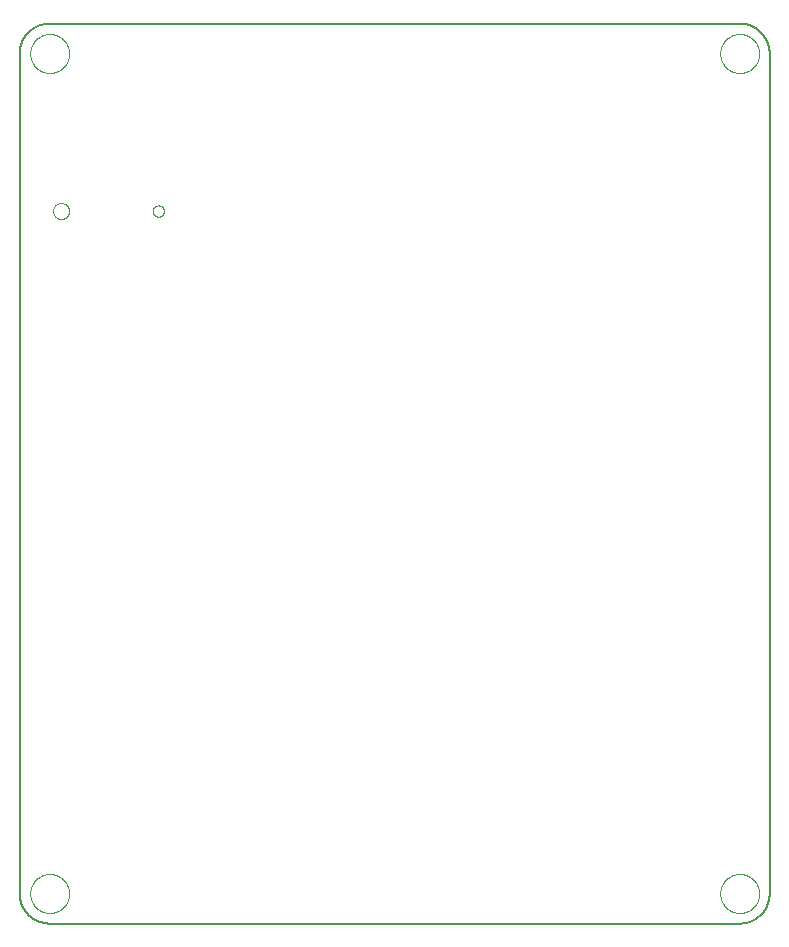
<source format=gbp>
G75*
%MOIN*%
%OFA0B0*%
%FSLAX25Y25*%
%IPPOS*%
%LPD*%
%AMOC8*
5,1,8,0,0,1.08239X$1,22.5*
%
%ADD10C,0.00600*%
%ADD11C,0.00000*%
D10*
X0037595Y0048933D02*
X0037595Y0328933D01*
X0037598Y0329175D01*
X0037607Y0329416D01*
X0037621Y0329657D01*
X0037642Y0329898D01*
X0037668Y0330138D01*
X0037700Y0330378D01*
X0037738Y0330617D01*
X0037781Y0330854D01*
X0037831Y0331091D01*
X0037886Y0331326D01*
X0037946Y0331560D01*
X0038013Y0331792D01*
X0038084Y0332023D01*
X0038162Y0332252D01*
X0038245Y0332479D01*
X0038333Y0332704D01*
X0038427Y0332927D01*
X0038526Y0333147D01*
X0038631Y0333365D01*
X0038740Y0333580D01*
X0038855Y0333793D01*
X0038975Y0334003D01*
X0039100Y0334209D01*
X0039230Y0334413D01*
X0039365Y0334614D01*
X0039505Y0334811D01*
X0039649Y0335005D01*
X0039798Y0335195D01*
X0039952Y0335381D01*
X0040110Y0335564D01*
X0040272Y0335743D01*
X0040439Y0335918D01*
X0040610Y0336089D01*
X0040785Y0336256D01*
X0040964Y0336418D01*
X0041147Y0336576D01*
X0041333Y0336730D01*
X0041523Y0336879D01*
X0041717Y0337023D01*
X0041914Y0337163D01*
X0042115Y0337298D01*
X0042319Y0337428D01*
X0042525Y0337553D01*
X0042735Y0337673D01*
X0042948Y0337788D01*
X0043163Y0337897D01*
X0043381Y0338002D01*
X0043601Y0338101D01*
X0043824Y0338195D01*
X0044049Y0338283D01*
X0044276Y0338366D01*
X0044505Y0338444D01*
X0044736Y0338515D01*
X0044968Y0338582D01*
X0045202Y0338642D01*
X0045437Y0338697D01*
X0045674Y0338747D01*
X0045911Y0338790D01*
X0046150Y0338828D01*
X0046390Y0338860D01*
X0046630Y0338886D01*
X0046871Y0338907D01*
X0047112Y0338921D01*
X0047353Y0338930D01*
X0047595Y0338933D01*
X0277595Y0338933D01*
X0277837Y0338930D01*
X0278078Y0338921D01*
X0278319Y0338907D01*
X0278560Y0338886D01*
X0278800Y0338860D01*
X0279040Y0338828D01*
X0279279Y0338790D01*
X0279516Y0338747D01*
X0279753Y0338697D01*
X0279988Y0338642D01*
X0280222Y0338582D01*
X0280454Y0338515D01*
X0280685Y0338444D01*
X0280914Y0338366D01*
X0281141Y0338283D01*
X0281366Y0338195D01*
X0281589Y0338101D01*
X0281809Y0338002D01*
X0282027Y0337897D01*
X0282242Y0337788D01*
X0282455Y0337673D01*
X0282665Y0337553D01*
X0282871Y0337428D01*
X0283075Y0337298D01*
X0283276Y0337163D01*
X0283473Y0337023D01*
X0283667Y0336879D01*
X0283857Y0336730D01*
X0284043Y0336576D01*
X0284226Y0336418D01*
X0284405Y0336256D01*
X0284580Y0336089D01*
X0284751Y0335918D01*
X0284918Y0335743D01*
X0285080Y0335564D01*
X0285238Y0335381D01*
X0285392Y0335195D01*
X0285541Y0335005D01*
X0285685Y0334811D01*
X0285825Y0334614D01*
X0285960Y0334413D01*
X0286090Y0334209D01*
X0286215Y0334003D01*
X0286335Y0333793D01*
X0286450Y0333580D01*
X0286559Y0333365D01*
X0286664Y0333147D01*
X0286763Y0332927D01*
X0286857Y0332704D01*
X0286945Y0332479D01*
X0287028Y0332252D01*
X0287106Y0332023D01*
X0287177Y0331792D01*
X0287244Y0331560D01*
X0287304Y0331326D01*
X0287359Y0331091D01*
X0287409Y0330854D01*
X0287452Y0330617D01*
X0287490Y0330378D01*
X0287522Y0330138D01*
X0287548Y0329898D01*
X0287569Y0329657D01*
X0287583Y0329416D01*
X0287592Y0329175D01*
X0287595Y0328933D01*
X0287595Y0048933D01*
X0287592Y0048691D01*
X0287583Y0048450D01*
X0287569Y0048209D01*
X0287548Y0047968D01*
X0287522Y0047728D01*
X0287490Y0047488D01*
X0287452Y0047249D01*
X0287409Y0047012D01*
X0287359Y0046775D01*
X0287304Y0046540D01*
X0287244Y0046306D01*
X0287177Y0046074D01*
X0287106Y0045843D01*
X0287028Y0045614D01*
X0286945Y0045387D01*
X0286857Y0045162D01*
X0286763Y0044939D01*
X0286664Y0044719D01*
X0286559Y0044501D01*
X0286450Y0044286D01*
X0286335Y0044073D01*
X0286215Y0043863D01*
X0286090Y0043657D01*
X0285960Y0043453D01*
X0285825Y0043252D01*
X0285685Y0043055D01*
X0285541Y0042861D01*
X0285392Y0042671D01*
X0285238Y0042485D01*
X0285080Y0042302D01*
X0284918Y0042123D01*
X0284751Y0041948D01*
X0284580Y0041777D01*
X0284405Y0041610D01*
X0284226Y0041448D01*
X0284043Y0041290D01*
X0283857Y0041136D01*
X0283667Y0040987D01*
X0283473Y0040843D01*
X0283276Y0040703D01*
X0283075Y0040568D01*
X0282871Y0040438D01*
X0282665Y0040313D01*
X0282455Y0040193D01*
X0282242Y0040078D01*
X0282027Y0039969D01*
X0281809Y0039864D01*
X0281589Y0039765D01*
X0281366Y0039671D01*
X0281141Y0039583D01*
X0280914Y0039500D01*
X0280685Y0039422D01*
X0280454Y0039351D01*
X0280222Y0039284D01*
X0279988Y0039224D01*
X0279753Y0039169D01*
X0279516Y0039119D01*
X0279279Y0039076D01*
X0279040Y0039038D01*
X0278800Y0039006D01*
X0278560Y0038980D01*
X0278319Y0038959D01*
X0278078Y0038945D01*
X0277837Y0038936D01*
X0277595Y0038933D01*
X0047595Y0038933D01*
X0047353Y0038936D01*
X0047112Y0038945D01*
X0046871Y0038959D01*
X0046630Y0038980D01*
X0046390Y0039006D01*
X0046150Y0039038D01*
X0045911Y0039076D01*
X0045674Y0039119D01*
X0045437Y0039169D01*
X0045202Y0039224D01*
X0044968Y0039284D01*
X0044736Y0039351D01*
X0044505Y0039422D01*
X0044276Y0039500D01*
X0044049Y0039583D01*
X0043824Y0039671D01*
X0043601Y0039765D01*
X0043381Y0039864D01*
X0043163Y0039969D01*
X0042948Y0040078D01*
X0042735Y0040193D01*
X0042525Y0040313D01*
X0042319Y0040438D01*
X0042115Y0040568D01*
X0041914Y0040703D01*
X0041717Y0040843D01*
X0041523Y0040987D01*
X0041333Y0041136D01*
X0041147Y0041290D01*
X0040964Y0041448D01*
X0040785Y0041610D01*
X0040610Y0041777D01*
X0040439Y0041948D01*
X0040272Y0042123D01*
X0040110Y0042302D01*
X0039952Y0042485D01*
X0039798Y0042671D01*
X0039649Y0042861D01*
X0039505Y0043055D01*
X0039365Y0043252D01*
X0039230Y0043453D01*
X0039100Y0043657D01*
X0038975Y0043863D01*
X0038855Y0044073D01*
X0038740Y0044286D01*
X0038631Y0044501D01*
X0038526Y0044719D01*
X0038427Y0044939D01*
X0038333Y0045162D01*
X0038245Y0045387D01*
X0038162Y0045614D01*
X0038084Y0045843D01*
X0038013Y0046074D01*
X0037946Y0046306D01*
X0037886Y0046540D01*
X0037831Y0046775D01*
X0037781Y0047012D01*
X0037738Y0047249D01*
X0037700Y0047488D01*
X0037668Y0047728D01*
X0037642Y0047968D01*
X0037621Y0048209D01*
X0037607Y0048450D01*
X0037598Y0048691D01*
X0037595Y0048933D01*
D11*
X0041099Y0048933D02*
X0041101Y0049094D01*
X0041107Y0049254D01*
X0041117Y0049415D01*
X0041131Y0049575D01*
X0041149Y0049734D01*
X0041170Y0049894D01*
X0041196Y0050052D01*
X0041226Y0050210D01*
X0041259Y0050367D01*
X0041297Y0050524D01*
X0041338Y0050679D01*
X0041383Y0050833D01*
X0041432Y0050986D01*
X0041485Y0051138D01*
X0041541Y0051288D01*
X0041601Y0051437D01*
X0041665Y0051585D01*
X0041732Y0051731D01*
X0041803Y0051875D01*
X0041878Y0052017D01*
X0041956Y0052158D01*
X0042037Y0052296D01*
X0042122Y0052433D01*
X0042211Y0052567D01*
X0042302Y0052699D01*
X0042397Y0052829D01*
X0042495Y0052956D01*
X0042596Y0053081D01*
X0042700Y0053204D01*
X0042807Y0053323D01*
X0042917Y0053440D01*
X0043030Y0053555D01*
X0043146Y0053666D01*
X0043264Y0053775D01*
X0043385Y0053880D01*
X0043509Y0053983D01*
X0043635Y0054083D01*
X0043764Y0054179D01*
X0043895Y0054272D01*
X0044028Y0054362D01*
X0044163Y0054449D01*
X0044301Y0054532D01*
X0044440Y0054611D01*
X0044582Y0054688D01*
X0044725Y0054761D01*
X0044870Y0054830D01*
X0045017Y0054895D01*
X0045165Y0054957D01*
X0045315Y0055016D01*
X0045466Y0055070D01*
X0045618Y0055121D01*
X0045772Y0055168D01*
X0045927Y0055211D01*
X0046082Y0055250D01*
X0046239Y0055286D01*
X0046397Y0055318D01*
X0046555Y0055345D01*
X0046714Y0055369D01*
X0046873Y0055389D01*
X0047033Y0055405D01*
X0047194Y0055417D01*
X0047354Y0055425D01*
X0047515Y0055429D01*
X0047675Y0055429D01*
X0047836Y0055425D01*
X0047996Y0055417D01*
X0048157Y0055405D01*
X0048317Y0055389D01*
X0048476Y0055369D01*
X0048635Y0055345D01*
X0048793Y0055318D01*
X0048951Y0055286D01*
X0049108Y0055250D01*
X0049263Y0055211D01*
X0049418Y0055168D01*
X0049572Y0055121D01*
X0049724Y0055070D01*
X0049875Y0055016D01*
X0050025Y0054957D01*
X0050173Y0054895D01*
X0050320Y0054830D01*
X0050465Y0054761D01*
X0050608Y0054688D01*
X0050750Y0054611D01*
X0050889Y0054532D01*
X0051027Y0054449D01*
X0051162Y0054362D01*
X0051295Y0054272D01*
X0051426Y0054179D01*
X0051555Y0054083D01*
X0051681Y0053983D01*
X0051805Y0053880D01*
X0051926Y0053775D01*
X0052044Y0053666D01*
X0052160Y0053555D01*
X0052273Y0053440D01*
X0052383Y0053323D01*
X0052490Y0053204D01*
X0052594Y0053081D01*
X0052695Y0052956D01*
X0052793Y0052829D01*
X0052888Y0052699D01*
X0052979Y0052567D01*
X0053068Y0052433D01*
X0053153Y0052296D01*
X0053234Y0052158D01*
X0053312Y0052017D01*
X0053387Y0051875D01*
X0053458Y0051731D01*
X0053525Y0051585D01*
X0053589Y0051437D01*
X0053649Y0051288D01*
X0053705Y0051138D01*
X0053758Y0050986D01*
X0053807Y0050833D01*
X0053852Y0050679D01*
X0053893Y0050524D01*
X0053931Y0050367D01*
X0053964Y0050210D01*
X0053994Y0050052D01*
X0054020Y0049894D01*
X0054041Y0049734D01*
X0054059Y0049575D01*
X0054073Y0049415D01*
X0054083Y0049254D01*
X0054089Y0049094D01*
X0054091Y0048933D01*
X0054089Y0048772D01*
X0054083Y0048612D01*
X0054073Y0048451D01*
X0054059Y0048291D01*
X0054041Y0048132D01*
X0054020Y0047972D01*
X0053994Y0047814D01*
X0053964Y0047656D01*
X0053931Y0047499D01*
X0053893Y0047342D01*
X0053852Y0047187D01*
X0053807Y0047033D01*
X0053758Y0046880D01*
X0053705Y0046728D01*
X0053649Y0046578D01*
X0053589Y0046429D01*
X0053525Y0046281D01*
X0053458Y0046135D01*
X0053387Y0045991D01*
X0053312Y0045849D01*
X0053234Y0045708D01*
X0053153Y0045570D01*
X0053068Y0045433D01*
X0052979Y0045299D01*
X0052888Y0045167D01*
X0052793Y0045037D01*
X0052695Y0044910D01*
X0052594Y0044785D01*
X0052490Y0044662D01*
X0052383Y0044543D01*
X0052273Y0044426D01*
X0052160Y0044311D01*
X0052044Y0044200D01*
X0051926Y0044091D01*
X0051805Y0043986D01*
X0051681Y0043883D01*
X0051555Y0043783D01*
X0051426Y0043687D01*
X0051295Y0043594D01*
X0051162Y0043504D01*
X0051027Y0043417D01*
X0050889Y0043334D01*
X0050750Y0043255D01*
X0050608Y0043178D01*
X0050465Y0043105D01*
X0050320Y0043036D01*
X0050173Y0042971D01*
X0050025Y0042909D01*
X0049875Y0042850D01*
X0049724Y0042796D01*
X0049572Y0042745D01*
X0049418Y0042698D01*
X0049263Y0042655D01*
X0049108Y0042616D01*
X0048951Y0042580D01*
X0048793Y0042548D01*
X0048635Y0042521D01*
X0048476Y0042497D01*
X0048317Y0042477D01*
X0048157Y0042461D01*
X0047996Y0042449D01*
X0047836Y0042441D01*
X0047675Y0042437D01*
X0047515Y0042437D01*
X0047354Y0042441D01*
X0047194Y0042449D01*
X0047033Y0042461D01*
X0046873Y0042477D01*
X0046714Y0042497D01*
X0046555Y0042521D01*
X0046397Y0042548D01*
X0046239Y0042580D01*
X0046082Y0042616D01*
X0045927Y0042655D01*
X0045772Y0042698D01*
X0045618Y0042745D01*
X0045466Y0042796D01*
X0045315Y0042850D01*
X0045165Y0042909D01*
X0045017Y0042971D01*
X0044870Y0043036D01*
X0044725Y0043105D01*
X0044582Y0043178D01*
X0044440Y0043255D01*
X0044301Y0043334D01*
X0044163Y0043417D01*
X0044028Y0043504D01*
X0043895Y0043594D01*
X0043764Y0043687D01*
X0043635Y0043783D01*
X0043509Y0043883D01*
X0043385Y0043986D01*
X0043264Y0044091D01*
X0043146Y0044200D01*
X0043030Y0044311D01*
X0042917Y0044426D01*
X0042807Y0044543D01*
X0042700Y0044662D01*
X0042596Y0044785D01*
X0042495Y0044910D01*
X0042397Y0045037D01*
X0042302Y0045167D01*
X0042211Y0045299D01*
X0042122Y0045433D01*
X0042037Y0045570D01*
X0041956Y0045708D01*
X0041878Y0045849D01*
X0041803Y0045991D01*
X0041732Y0046135D01*
X0041665Y0046281D01*
X0041601Y0046429D01*
X0041541Y0046578D01*
X0041485Y0046728D01*
X0041432Y0046880D01*
X0041383Y0047033D01*
X0041338Y0047187D01*
X0041297Y0047342D01*
X0041259Y0047499D01*
X0041226Y0047656D01*
X0041196Y0047814D01*
X0041170Y0047972D01*
X0041149Y0048132D01*
X0041131Y0048291D01*
X0041117Y0048451D01*
X0041107Y0048612D01*
X0041101Y0048772D01*
X0041099Y0048933D01*
X0048718Y0276433D02*
X0048720Y0276536D01*
X0048726Y0276639D01*
X0048736Y0276741D01*
X0048750Y0276844D01*
X0048768Y0276945D01*
X0048790Y0277046D01*
X0048815Y0277146D01*
X0048845Y0277244D01*
X0048878Y0277342D01*
X0048915Y0277438D01*
X0048956Y0277532D01*
X0049001Y0277625D01*
X0049049Y0277717D01*
X0049100Y0277806D01*
X0049155Y0277893D01*
X0049213Y0277978D01*
X0049275Y0278061D01*
X0049340Y0278141D01*
X0049407Y0278219D01*
X0049478Y0278293D01*
X0049552Y0278366D01*
X0049628Y0278435D01*
X0049707Y0278501D01*
X0049788Y0278564D01*
X0049872Y0278624D01*
X0049958Y0278681D01*
X0050046Y0278734D01*
X0050137Y0278784D01*
X0050229Y0278830D01*
X0050323Y0278873D01*
X0050418Y0278912D01*
X0050515Y0278947D01*
X0050613Y0278978D01*
X0050712Y0279006D01*
X0050813Y0279030D01*
X0050914Y0279050D01*
X0051015Y0279066D01*
X0051118Y0279078D01*
X0051221Y0279086D01*
X0051323Y0279090D01*
X0051427Y0279090D01*
X0051529Y0279086D01*
X0051632Y0279078D01*
X0051735Y0279066D01*
X0051836Y0279050D01*
X0051937Y0279030D01*
X0052038Y0279006D01*
X0052137Y0278978D01*
X0052235Y0278947D01*
X0052332Y0278912D01*
X0052427Y0278873D01*
X0052521Y0278830D01*
X0052613Y0278784D01*
X0052703Y0278734D01*
X0052792Y0278681D01*
X0052878Y0278624D01*
X0052962Y0278564D01*
X0053043Y0278501D01*
X0053122Y0278435D01*
X0053198Y0278366D01*
X0053272Y0278293D01*
X0053343Y0278219D01*
X0053410Y0278141D01*
X0053475Y0278061D01*
X0053537Y0277978D01*
X0053595Y0277893D01*
X0053650Y0277806D01*
X0053701Y0277717D01*
X0053749Y0277625D01*
X0053794Y0277532D01*
X0053835Y0277438D01*
X0053872Y0277342D01*
X0053905Y0277244D01*
X0053935Y0277146D01*
X0053960Y0277046D01*
X0053982Y0276945D01*
X0054000Y0276844D01*
X0054014Y0276741D01*
X0054024Y0276639D01*
X0054030Y0276536D01*
X0054032Y0276433D01*
X0054030Y0276330D01*
X0054024Y0276227D01*
X0054014Y0276125D01*
X0054000Y0276022D01*
X0053982Y0275921D01*
X0053960Y0275820D01*
X0053935Y0275720D01*
X0053905Y0275622D01*
X0053872Y0275524D01*
X0053835Y0275428D01*
X0053794Y0275334D01*
X0053749Y0275241D01*
X0053701Y0275149D01*
X0053650Y0275060D01*
X0053595Y0274973D01*
X0053537Y0274888D01*
X0053475Y0274805D01*
X0053410Y0274725D01*
X0053343Y0274647D01*
X0053272Y0274573D01*
X0053198Y0274500D01*
X0053122Y0274431D01*
X0053043Y0274365D01*
X0052962Y0274302D01*
X0052878Y0274242D01*
X0052792Y0274185D01*
X0052704Y0274132D01*
X0052613Y0274082D01*
X0052521Y0274036D01*
X0052427Y0273993D01*
X0052332Y0273954D01*
X0052235Y0273919D01*
X0052137Y0273888D01*
X0052038Y0273860D01*
X0051937Y0273836D01*
X0051836Y0273816D01*
X0051735Y0273800D01*
X0051632Y0273788D01*
X0051529Y0273780D01*
X0051427Y0273776D01*
X0051323Y0273776D01*
X0051221Y0273780D01*
X0051118Y0273788D01*
X0051015Y0273800D01*
X0050914Y0273816D01*
X0050813Y0273836D01*
X0050712Y0273860D01*
X0050613Y0273888D01*
X0050515Y0273919D01*
X0050418Y0273954D01*
X0050323Y0273993D01*
X0050229Y0274036D01*
X0050137Y0274082D01*
X0050047Y0274132D01*
X0049958Y0274185D01*
X0049872Y0274242D01*
X0049788Y0274302D01*
X0049707Y0274365D01*
X0049628Y0274431D01*
X0049552Y0274500D01*
X0049478Y0274573D01*
X0049407Y0274647D01*
X0049340Y0274725D01*
X0049275Y0274805D01*
X0049213Y0274888D01*
X0049155Y0274973D01*
X0049100Y0275060D01*
X0049049Y0275149D01*
X0049001Y0275241D01*
X0048956Y0275334D01*
X0048915Y0275428D01*
X0048878Y0275524D01*
X0048845Y0275622D01*
X0048815Y0275720D01*
X0048790Y0275820D01*
X0048768Y0275921D01*
X0048750Y0276022D01*
X0048736Y0276125D01*
X0048726Y0276227D01*
X0048720Y0276330D01*
X0048718Y0276433D01*
X0081946Y0276433D02*
X0081948Y0276519D01*
X0081954Y0276606D01*
X0081964Y0276691D01*
X0081978Y0276777D01*
X0081996Y0276861D01*
X0082017Y0276945D01*
X0082043Y0277027D01*
X0082072Y0277109D01*
X0082105Y0277188D01*
X0082142Y0277267D01*
X0082182Y0277343D01*
X0082226Y0277417D01*
X0082273Y0277490D01*
X0082324Y0277560D01*
X0082377Y0277628D01*
X0082434Y0277693D01*
X0082494Y0277755D01*
X0082556Y0277815D01*
X0082621Y0277872D01*
X0082689Y0277925D01*
X0082759Y0277976D01*
X0082832Y0278023D01*
X0082906Y0278067D01*
X0082982Y0278107D01*
X0083061Y0278144D01*
X0083140Y0278177D01*
X0083222Y0278206D01*
X0083304Y0278232D01*
X0083388Y0278253D01*
X0083472Y0278271D01*
X0083558Y0278285D01*
X0083643Y0278295D01*
X0083730Y0278301D01*
X0083816Y0278303D01*
X0083902Y0278301D01*
X0083989Y0278295D01*
X0084074Y0278285D01*
X0084160Y0278271D01*
X0084244Y0278253D01*
X0084328Y0278232D01*
X0084410Y0278206D01*
X0084492Y0278177D01*
X0084571Y0278144D01*
X0084650Y0278107D01*
X0084726Y0278067D01*
X0084800Y0278023D01*
X0084873Y0277976D01*
X0084943Y0277925D01*
X0085011Y0277872D01*
X0085076Y0277815D01*
X0085138Y0277755D01*
X0085198Y0277693D01*
X0085255Y0277628D01*
X0085308Y0277560D01*
X0085359Y0277490D01*
X0085406Y0277417D01*
X0085450Y0277343D01*
X0085490Y0277267D01*
X0085527Y0277188D01*
X0085560Y0277109D01*
X0085589Y0277027D01*
X0085615Y0276945D01*
X0085636Y0276861D01*
X0085654Y0276777D01*
X0085668Y0276691D01*
X0085678Y0276606D01*
X0085684Y0276519D01*
X0085686Y0276433D01*
X0085684Y0276347D01*
X0085678Y0276260D01*
X0085668Y0276175D01*
X0085654Y0276089D01*
X0085636Y0276005D01*
X0085615Y0275921D01*
X0085589Y0275839D01*
X0085560Y0275757D01*
X0085527Y0275678D01*
X0085490Y0275599D01*
X0085450Y0275523D01*
X0085406Y0275449D01*
X0085359Y0275376D01*
X0085308Y0275306D01*
X0085255Y0275238D01*
X0085198Y0275173D01*
X0085138Y0275111D01*
X0085076Y0275051D01*
X0085011Y0274994D01*
X0084943Y0274941D01*
X0084873Y0274890D01*
X0084800Y0274843D01*
X0084726Y0274799D01*
X0084650Y0274759D01*
X0084571Y0274722D01*
X0084492Y0274689D01*
X0084410Y0274660D01*
X0084328Y0274634D01*
X0084244Y0274613D01*
X0084160Y0274595D01*
X0084074Y0274581D01*
X0083989Y0274571D01*
X0083902Y0274565D01*
X0083816Y0274563D01*
X0083730Y0274565D01*
X0083643Y0274571D01*
X0083558Y0274581D01*
X0083472Y0274595D01*
X0083388Y0274613D01*
X0083304Y0274634D01*
X0083222Y0274660D01*
X0083140Y0274689D01*
X0083061Y0274722D01*
X0082982Y0274759D01*
X0082906Y0274799D01*
X0082832Y0274843D01*
X0082759Y0274890D01*
X0082689Y0274941D01*
X0082621Y0274994D01*
X0082556Y0275051D01*
X0082494Y0275111D01*
X0082434Y0275173D01*
X0082377Y0275238D01*
X0082324Y0275306D01*
X0082273Y0275376D01*
X0082226Y0275449D01*
X0082182Y0275523D01*
X0082142Y0275599D01*
X0082105Y0275678D01*
X0082072Y0275757D01*
X0082043Y0275839D01*
X0082017Y0275921D01*
X0081996Y0276005D01*
X0081978Y0276089D01*
X0081964Y0276175D01*
X0081954Y0276260D01*
X0081948Y0276347D01*
X0081946Y0276433D01*
X0041099Y0328933D02*
X0041101Y0329094D01*
X0041107Y0329254D01*
X0041117Y0329415D01*
X0041131Y0329575D01*
X0041149Y0329734D01*
X0041170Y0329894D01*
X0041196Y0330052D01*
X0041226Y0330210D01*
X0041259Y0330367D01*
X0041297Y0330524D01*
X0041338Y0330679D01*
X0041383Y0330833D01*
X0041432Y0330986D01*
X0041485Y0331138D01*
X0041541Y0331288D01*
X0041601Y0331437D01*
X0041665Y0331585D01*
X0041732Y0331731D01*
X0041803Y0331875D01*
X0041878Y0332017D01*
X0041956Y0332158D01*
X0042037Y0332296D01*
X0042122Y0332433D01*
X0042211Y0332567D01*
X0042302Y0332699D01*
X0042397Y0332829D01*
X0042495Y0332956D01*
X0042596Y0333081D01*
X0042700Y0333204D01*
X0042807Y0333323D01*
X0042917Y0333440D01*
X0043030Y0333555D01*
X0043146Y0333666D01*
X0043264Y0333775D01*
X0043385Y0333880D01*
X0043509Y0333983D01*
X0043635Y0334083D01*
X0043764Y0334179D01*
X0043895Y0334272D01*
X0044028Y0334362D01*
X0044163Y0334449D01*
X0044301Y0334532D01*
X0044440Y0334611D01*
X0044582Y0334688D01*
X0044725Y0334761D01*
X0044870Y0334830D01*
X0045017Y0334895D01*
X0045165Y0334957D01*
X0045315Y0335016D01*
X0045466Y0335070D01*
X0045618Y0335121D01*
X0045772Y0335168D01*
X0045927Y0335211D01*
X0046082Y0335250D01*
X0046239Y0335286D01*
X0046397Y0335318D01*
X0046555Y0335345D01*
X0046714Y0335369D01*
X0046873Y0335389D01*
X0047033Y0335405D01*
X0047194Y0335417D01*
X0047354Y0335425D01*
X0047515Y0335429D01*
X0047675Y0335429D01*
X0047836Y0335425D01*
X0047996Y0335417D01*
X0048157Y0335405D01*
X0048317Y0335389D01*
X0048476Y0335369D01*
X0048635Y0335345D01*
X0048793Y0335318D01*
X0048951Y0335286D01*
X0049108Y0335250D01*
X0049263Y0335211D01*
X0049418Y0335168D01*
X0049572Y0335121D01*
X0049724Y0335070D01*
X0049875Y0335016D01*
X0050025Y0334957D01*
X0050173Y0334895D01*
X0050320Y0334830D01*
X0050465Y0334761D01*
X0050608Y0334688D01*
X0050750Y0334611D01*
X0050889Y0334532D01*
X0051027Y0334449D01*
X0051162Y0334362D01*
X0051295Y0334272D01*
X0051426Y0334179D01*
X0051555Y0334083D01*
X0051681Y0333983D01*
X0051805Y0333880D01*
X0051926Y0333775D01*
X0052044Y0333666D01*
X0052160Y0333555D01*
X0052273Y0333440D01*
X0052383Y0333323D01*
X0052490Y0333204D01*
X0052594Y0333081D01*
X0052695Y0332956D01*
X0052793Y0332829D01*
X0052888Y0332699D01*
X0052979Y0332567D01*
X0053068Y0332433D01*
X0053153Y0332296D01*
X0053234Y0332158D01*
X0053312Y0332017D01*
X0053387Y0331875D01*
X0053458Y0331731D01*
X0053525Y0331585D01*
X0053589Y0331437D01*
X0053649Y0331288D01*
X0053705Y0331138D01*
X0053758Y0330986D01*
X0053807Y0330833D01*
X0053852Y0330679D01*
X0053893Y0330524D01*
X0053931Y0330367D01*
X0053964Y0330210D01*
X0053994Y0330052D01*
X0054020Y0329894D01*
X0054041Y0329734D01*
X0054059Y0329575D01*
X0054073Y0329415D01*
X0054083Y0329254D01*
X0054089Y0329094D01*
X0054091Y0328933D01*
X0054089Y0328772D01*
X0054083Y0328612D01*
X0054073Y0328451D01*
X0054059Y0328291D01*
X0054041Y0328132D01*
X0054020Y0327972D01*
X0053994Y0327814D01*
X0053964Y0327656D01*
X0053931Y0327499D01*
X0053893Y0327342D01*
X0053852Y0327187D01*
X0053807Y0327033D01*
X0053758Y0326880D01*
X0053705Y0326728D01*
X0053649Y0326578D01*
X0053589Y0326429D01*
X0053525Y0326281D01*
X0053458Y0326135D01*
X0053387Y0325991D01*
X0053312Y0325849D01*
X0053234Y0325708D01*
X0053153Y0325570D01*
X0053068Y0325433D01*
X0052979Y0325299D01*
X0052888Y0325167D01*
X0052793Y0325037D01*
X0052695Y0324910D01*
X0052594Y0324785D01*
X0052490Y0324662D01*
X0052383Y0324543D01*
X0052273Y0324426D01*
X0052160Y0324311D01*
X0052044Y0324200D01*
X0051926Y0324091D01*
X0051805Y0323986D01*
X0051681Y0323883D01*
X0051555Y0323783D01*
X0051426Y0323687D01*
X0051295Y0323594D01*
X0051162Y0323504D01*
X0051027Y0323417D01*
X0050889Y0323334D01*
X0050750Y0323255D01*
X0050608Y0323178D01*
X0050465Y0323105D01*
X0050320Y0323036D01*
X0050173Y0322971D01*
X0050025Y0322909D01*
X0049875Y0322850D01*
X0049724Y0322796D01*
X0049572Y0322745D01*
X0049418Y0322698D01*
X0049263Y0322655D01*
X0049108Y0322616D01*
X0048951Y0322580D01*
X0048793Y0322548D01*
X0048635Y0322521D01*
X0048476Y0322497D01*
X0048317Y0322477D01*
X0048157Y0322461D01*
X0047996Y0322449D01*
X0047836Y0322441D01*
X0047675Y0322437D01*
X0047515Y0322437D01*
X0047354Y0322441D01*
X0047194Y0322449D01*
X0047033Y0322461D01*
X0046873Y0322477D01*
X0046714Y0322497D01*
X0046555Y0322521D01*
X0046397Y0322548D01*
X0046239Y0322580D01*
X0046082Y0322616D01*
X0045927Y0322655D01*
X0045772Y0322698D01*
X0045618Y0322745D01*
X0045466Y0322796D01*
X0045315Y0322850D01*
X0045165Y0322909D01*
X0045017Y0322971D01*
X0044870Y0323036D01*
X0044725Y0323105D01*
X0044582Y0323178D01*
X0044440Y0323255D01*
X0044301Y0323334D01*
X0044163Y0323417D01*
X0044028Y0323504D01*
X0043895Y0323594D01*
X0043764Y0323687D01*
X0043635Y0323783D01*
X0043509Y0323883D01*
X0043385Y0323986D01*
X0043264Y0324091D01*
X0043146Y0324200D01*
X0043030Y0324311D01*
X0042917Y0324426D01*
X0042807Y0324543D01*
X0042700Y0324662D01*
X0042596Y0324785D01*
X0042495Y0324910D01*
X0042397Y0325037D01*
X0042302Y0325167D01*
X0042211Y0325299D01*
X0042122Y0325433D01*
X0042037Y0325570D01*
X0041956Y0325708D01*
X0041878Y0325849D01*
X0041803Y0325991D01*
X0041732Y0326135D01*
X0041665Y0326281D01*
X0041601Y0326429D01*
X0041541Y0326578D01*
X0041485Y0326728D01*
X0041432Y0326880D01*
X0041383Y0327033D01*
X0041338Y0327187D01*
X0041297Y0327342D01*
X0041259Y0327499D01*
X0041226Y0327656D01*
X0041196Y0327814D01*
X0041170Y0327972D01*
X0041149Y0328132D01*
X0041131Y0328291D01*
X0041117Y0328451D01*
X0041107Y0328612D01*
X0041101Y0328772D01*
X0041099Y0328933D01*
X0271099Y0328933D02*
X0271101Y0329094D01*
X0271107Y0329254D01*
X0271117Y0329415D01*
X0271131Y0329575D01*
X0271149Y0329734D01*
X0271170Y0329894D01*
X0271196Y0330052D01*
X0271226Y0330210D01*
X0271259Y0330367D01*
X0271297Y0330524D01*
X0271338Y0330679D01*
X0271383Y0330833D01*
X0271432Y0330986D01*
X0271485Y0331138D01*
X0271541Y0331288D01*
X0271601Y0331437D01*
X0271665Y0331585D01*
X0271732Y0331731D01*
X0271803Y0331875D01*
X0271878Y0332017D01*
X0271956Y0332158D01*
X0272037Y0332296D01*
X0272122Y0332433D01*
X0272211Y0332567D01*
X0272302Y0332699D01*
X0272397Y0332829D01*
X0272495Y0332956D01*
X0272596Y0333081D01*
X0272700Y0333204D01*
X0272807Y0333323D01*
X0272917Y0333440D01*
X0273030Y0333555D01*
X0273146Y0333666D01*
X0273264Y0333775D01*
X0273385Y0333880D01*
X0273509Y0333983D01*
X0273635Y0334083D01*
X0273764Y0334179D01*
X0273895Y0334272D01*
X0274028Y0334362D01*
X0274163Y0334449D01*
X0274301Y0334532D01*
X0274440Y0334611D01*
X0274582Y0334688D01*
X0274725Y0334761D01*
X0274870Y0334830D01*
X0275017Y0334895D01*
X0275165Y0334957D01*
X0275315Y0335016D01*
X0275466Y0335070D01*
X0275618Y0335121D01*
X0275772Y0335168D01*
X0275927Y0335211D01*
X0276082Y0335250D01*
X0276239Y0335286D01*
X0276397Y0335318D01*
X0276555Y0335345D01*
X0276714Y0335369D01*
X0276873Y0335389D01*
X0277033Y0335405D01*
X0277194Y0335417D01*
X0277354Y0335425D01*
X0277515Y0335429D01*
X0277675Y0335429D01*
X0277836Y0335425D01*
X0277996Y0335417D01*
X0278157Y0335405D01*
X0278317Y0335389D01*
X0278476Y0335369D01*
X0278635Y0335345D01*
X0278793Y0335318D01*
X0278951Y0335286D01*
X0279108Y0335250D01*
X0279263Y0335211D01*
X0279418Y0335168D01*
X0279572Y0335121D01*
X0279724Y0335070D01*
X0279875Y0335016D01*
X0280025Y0334957D01*
X0280173Y0334895D01*
X0280320Y0334830D01*
X0280465Y0334761D01*
X0280608Y0334688D01*
X0280750Y0334611D01*
X0280889Y0334532D01*
X0281027Y0334449D01*
X0281162Y0334362D01*
X0281295Y0334272D01*
X0281426Y0334179D01*
X0281555Y0334083D01*
X0281681Y0333983D01*
X0281805Y0333880D01*
X0281926Y0333775D01*
X0282044Y0333666D01*
X0282160Y0333555D01*
X0282273Y0333440D01*
X0282383Y0333323D01*
X0282490Y0333204D01*
X0282594Y0333081D01*
X0282695Y0332956D01*
X0282793Y0332829D01*
X0282888Y0332699D01*
X0282979Y0332567D01*
X0283068Y0332433D01*
X0283153Y0332296D01*
X0283234Y0332158D01*
X0283312Y0332017D01*
X0283387Y0331875D01*
X0283458Y0331731D01*
X0283525Y0331585D01*
X0283589Y0331437D01*
X0283649Y0331288D01*
X0283705Y0331138D01*
X0283758Y0330986D01*
X0283807Y0330833D01*
X0283852Y0330679D01*
X0283893Y0330524D01*
X0283931Y0330367D01*
X0283964Y0330210D01*
X0283994Y0330052D01*
X0284020Y0329894D01*
X0284041Y0329734D01*
X0284059Y0329575D01*
X0284073Y0329415D01*
X0284083Y0329254D01*
X0284089Y0329094D01*
X0284091Y0328933D01*
X0284089Y0328772D01*
X0284083Y0328612D01*
X0284073Y0328451D01*
X0284059Y0328291D01*
X0284041Y0328132D01*
X0284020Y0327972D01*
X0283994Y0327814D01*
X0283964Y0327656D01*
X0283931Y0327499D01*
X0283893Y0327342D01*
X0283852Y0327187D01*
X0283807Y0327033D01*
X0283758Y0326880D01*
X0283705Y0326728D01*
X0283649Y0326578D01*
X0283589Y0326429D01*
X0283525Y0326281D01*
X0283458Y0326135D01*
X0283387Y0325991D01*
X0283312Y0325849D01*
X0283234Y0325708D01*
X0283153Y0325570D01*
X0283068Y0325433D01*
X0282979Y0325299D01*
X0282888Y0325167D01*
X0282793Y0325037D01*
X0282695Y0324910D01*
X0282594Y0324785D01*
X0282490Y0324662D01*
X0282383Y0324543D01*
X0282273Y0324426D01*
X0282160Y0324311D01*
X0282044Y0324200D01*
X0281926Y0324091D01*
X0281805Y0323986D01*
X0281681Y0323883D01*
X0281555Y0323783D01*
X0281426Y0323687D01*
X0281295Y0323594D01*
X0281162Y0323504D01*
X0281027Y0323417D01*
X0280889Y0323334D01*
X0280750Y0323255D01*
X0280608Y0323178D01*
X0280465Y0323105D01*
X0280320Y0323036D01*
X0280173Y0322971D01*
X0280025Y0322909D01*
X0279875Y0322850D01*
X0279724Y0322796D01*
X0279572Y0322745D01*
X0279418Y0322698D01*
X0279263Y0322655D01*
X0279108Y0322616D01*
X0278951Y0322580D01*
X0278793Y0322548D01*
X0278635Y0322521D01*
X0278476Y0322497D01*
X0278317Y0322477D01*
X0278157Y0322461D01*
X0277996Y0322449D01*
X0277836Y0322441D01*
X0277675Y0322437D01*
X0277515Y0322437D01*
X0277354Y0322441D01*
X0277194Y0322449D01*
X0277033Y0322461D01*
X0276873Y0322477D01*
X0276714Y0322497D01*
X0276555Y0322521D01*
X0276397Y0322548D01*
X0276239Y0322580D01*
X0276082Y0322616D01*
X0275927Y0322655D01*
X0275772Y0322698D01*
X0275618Y0322745D01*
X0275466Y0322796D01*
X0275315Y0322850D01*
X0275165Y0322909D01*
X0275017Y0322971D01*
X0274870Y0323036D01*
X0274725Y0323105D01*
X0274582Y0323178D01*
X0274440Y0323255D01*
X0274301Y0323334D01*
X0274163Y0323417D01*
X0274028Y0323504D01*
X0273895Y0323594D01*
X0273764Y0323687D01*
X0273635Y0323783D01*
X0273509Y0323883D01*
X0273385Y0323986D01*
X0273264Y0324091D01*
X0273146Y0324200D01*
X0273030Y0324311D01*
X0272917Y0324426D01*
X0272807Y0324543D01*
X0272700Y0324662D01*
X0272596Y0324785D01*
X0272495Y0324910D01*
X0272397Y0325037D01*
X0272302Y0325167D01*
X0272211Y0325299D01*
X0272122Y0325433D01*
X0272037Y0325570D01*
X0271956Y0325708D01*
X0271878Y0325849D01*
X0271803Y0325991D01*
X0271732Y0326135D01*
X0271665Y0326281D01*
X0271601Y0326429D01*
X0271541Y0326578D01*
X0271485Y0326728D01*
X0271432Y0326880D01*
X0271383Y0327033D01*
X0271338Y0327187D01*
X0271297Y0327342D01*
X0271259Y0327499D01*
X0271226Y0327656D01*
X0271196Y0327814D01*
X0271170Y0327972D01*
X0271149Y0328132D01*
X0271131Y0328291D01*
X0271117Y0328451D01*
X0271107Y0328612D01*
X0271101Y0328772D01*
X0271099Y0328933D01*
X0271099Y0048933D02*
X0271101Y0049094D01*
X0271107Y0049254D01*
X0271117Y0049415D01*
X0271131Y0049575D01*
X0271149Y0049734D01*
X0271170Y0049894D01*
X0271196Y0050052D01*
X0271226Y0050210D01*
X0271259Y0050367D01*
X0271297Y0050524D01*
X0271338Y0050679D01*
X0271383Y0050833D01*
X0271432Y0050986D01*
X0271485Y0051138D01*
X0271541Y0051288D01*
X0271601Y0051437D01*
X0271665Y0051585D01*
X0271732Y0051731D01*
X0271803Y0051875D01*
X0271878Y0052017D01*
X0271956Y0052158D01*
X0272037Y0052296D01*
X0272122Y0052433D01*
X0272211Y0052567D01*
X0272302Y0052699D01*
X0272397Y0052829D01*
X0272495Y0052956D01*
X0272596Y0053081D01*
X0272700Y0053204D01*
X0272807Y0053323D01*
X0272917Y0053440D01*
X0273030Y0053555D01*
X0273146Y0053666D01*
X0273264Y0053775D01*
X0273385Y0053880D01*
X0273509Y0053983D01*
X0273635Y0054083D01*
X0273764Y0054179D01*
X0273895Y0054272D01*
X0274028Y0054362D01*
X0274163Y0054449D01*
X0274301Y0054532D01*
X0274440Y0054611D01*
X0274582Y0054688D01*
X0274725Y0054761D01*
X0274870Y0054830D01*
X0275017Y0054895D01*
X0275165Y0054957D01*
X0275315Y0055016D01*
X0275466Y0055070D01*
X0275618Y0055121D01*
X0275772Y0055168D01*
X0275927Y0055211D01*
X0276082Y0055250D01*
X0276239Y0055286D01*
X0276397Y0055318D01*
X0276555Y0055345D01*
X0276714Y0055369D01*
X0276873Y0055389D01*
X0277033Y0055405D01*
X0277194Y0055417D01*
X0277354Y0055425D01*
X0277515Y0055429D01*
X0277675Y0055429D01*
X0277836Y0055425D01*
X0277996Y0055417D01*
X0278157Y0055405D01*
X0278317Y0055389D01*
X0278476Y0055369D01*
X0278635Y0055345D01*
X0278793Y0055318D01*
X0278951Y0055286D01*
X0279108Y0055250D01*
X0279263Y0055211D01*
X0279418Y0055168D01*
X0279572Y0055121D01*
X0279724Y0055070D01*
X0279875Y0055016D01*
X0280025Y0054957D01*
X0280173Y0054895D01*
X0280320Y0054830D01*
X0280465Y0054761D01*
X0280608Y0054688D01*
X0280750Y0054611D01*
X0280889Y0054532D01*
X0281027Y0054449D01*
X0281162Y0054362D01*
X0281295Y0054272D01*
X0281426Y0054179D01*
X0281555Y0054083D01*
X0281681Y0053983D01*
X0281805Y0053880D01*
X0281926Y0053775D01*
X0282044Y0053666D01*
X0282160Y0053555D01*
X0282273Y0053440D01*
X0282383Y0053323D01*
X0282490Y0053204D01*
X0282594Y0053081D01*
X0282695Y0052956D01*
X0282793Y0052829D01*
X0282888Y0052699D01*
X0282979Y0052567D01*
X0283068Y0052433D01*
X0283153Y0052296D01*
X0283234Y0052158D01*
X0283312Y0052017D01*
X0283387Y0051875D01*
X0283458Y0051731D01*
X0283525Y0051585D01*
X0283589Y0051437D01*
X0283649Y0051288D01*
X0283705Y0051138D01*
X0283758Y0050986D01*
X0283807Y0050833D01*
X0283852Y0050679D01*
X0283893Y0050524D01*
X0283931Y0050367D01*
X0283964Y0050210D01*
X0283994Y0050052D01*
X0284020Y0049894D01*
X0284041Y0049734D01*
X0284059Y0049575D01*
X0284073Y0049415D01*
X0284083Y0049254D01*
X0284089Y0049094D01*
X0284091Y0048933D01*
X0284089Y0048772D01*
X0284083Y0048612D01*
X0284073Y0048451D01*
X0284059Y0048291D01*
X0284041Y0048132D01*
X0284020Y0047972D01*
X0283994Y0047814D01*
X0283964Y0047656D01*
X0283931Y0047499D01*
X0283893Y0047342D01*
X0283852Y0047187D01*
X0283807Y0047033D01*
X0283758Y0046880D01*
X0283705Y0046728D01*
X0283649Y0046578D01*
X0283589Y0046429D01*
X0283525Y0046281D01*
X0283458Y0046135D01*
X0283387Y0045991D01*
X0283312Y0045849D01*
X0283234Y0045708D01*
X0283153Y0045570D01*
X0283068Y0045433D01*
X0282979Y0045299D01*
X0282888Y0045167D01*
X0282793Y0045037D01*
X0282695Y0044910D01*
X0282594Y0044785D01*
X0282490Y0044662D01*
X0282383Y0044543D01*
X0282273Y0044426D01*
X0282160Y0044311D01*
X0282044Y0044200D01*
X0281926Y0044091D01*
X0281805Y0043986D01*
X0281681Y0043883D01*
X0281555Y0043783D01*
X0281426Y0043687D01*
X0281295Y0043594D01*
X0281162Y0043504D01*
X0281027Y0043417D01*
X0280889Y0043334D01*
X0280750Y0043255D01*
X0280608Y0043178D01*
X0280465Y0043105D01*
X0280320Y0043036D01*
X0280173Y0042971D01*
X0280025Y0042909D01*
X0279875Y0042850D01*
X0279724Y0042796D01*
X0279572Y0042745D01*
X0279418Y0042698D01*
X0279263Y0042655D01*
X0279108Y0042616D01*
X0278951Y0042580D01*
X0278793Y0042548D01*
X0278635Y0042521D01*
X0278476Y0042497D01*
X0278317Y0042477D01*
X0278157Y0042461D01*
X0277996Y0042449D01*
X0277836Y0042441D01*
X0277675Y0042437D01*
X0277515Y0042437D01*
X0277354Y0042441D01*
X0277194Y0042449D01*
X0277033Y0042461D01*
X0276873Y0042477D01*
X0276714Y0042497D01*
X0276555Y0042521D01*
X0276397Y0042548D01*
X0276239Y0042580D01*
X0276082Y0042616D01*
X0275927Y0042655D01*
X0275772Y0042698D01*
X0275618Y0042745D01*
X0275466Y0042796D01*
X0275315Y0042850D01*
X0275165Y0042909D01*
X0275017Y0042971D01*
X0274870Y0043036D01*
X0274725Y0043105D01*
X0274582Y0043178D01*
X0274440Y0043255D01*
X0274301Y0043334D01*
X0274163Y0043417D01*
X0274028Y0043504D01*
X0273895Y0043594D01*
X0273764Y0043687D01*
X0273635Y0043783D01*
X0273509Y0043883D01*
X0273385Y0043986D01*
X0273264Y0044091D01*
X0273146Y0044200D01*
X0273030Y0044311D01*
X0272917Y0044426D01*
X0272807Y0044543D01*
X0272700Y0044662D01*
X0272596Y0044785D01*
X0272495Y0044910D01*
X0272397Y0045037D01*
X0272302Y0045167D01*
X0272211Y0045299D01*
X0272122Y0045433D01*
X0272037Y0045570D01*
X0271956Y0045708D01*
X0271878Y0045849D01*
X0271803Y0045991D01*
X0271732Y0046135D01*
X0271665Y0046281D01*
X0271601Y0046429D01*
X0271541Y0046578D01*
X0271485Y0046728D01*
X0271432Y0046880D01*
X0271383Y0047033D01*
X0271338Y0047187D01*
X0271297Y0047342D01*
X0271259Y0047499D01*
X0271226Y0047656D01*
X0271196Y0047814D01*
X0271170Y0047972D01*
X0271149Y0048132D01*
X0271131Y0048291D01*
X0271117Y0048451D01*
X0271107Y0048612D01*
X0271101Y0048772D01*
X0271099Y0048933D01*
M02*

</source>
